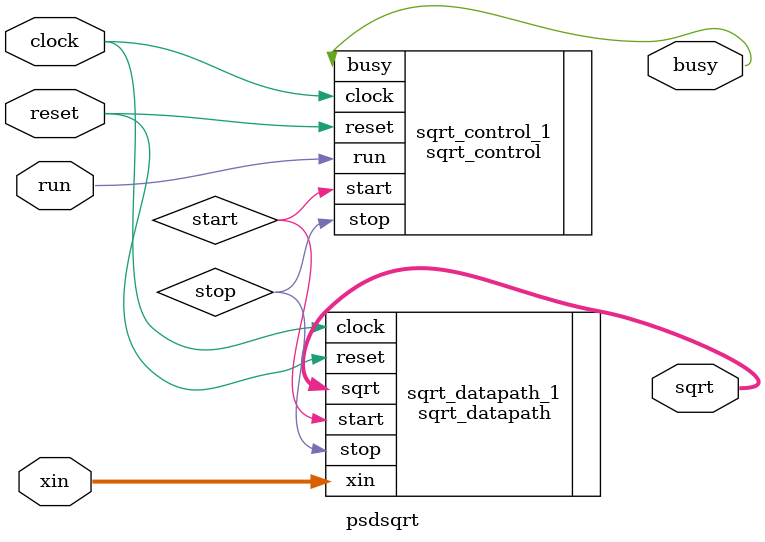
<source format=v>
/*

Square root sequential calculator
 
jca@fe.up.pt, Nov 2018 - May 2022

	This Verilog code is property of University of Porto
	Its utilization beyond the scope of the course Digital Systems Design
	(Projeto de Sistemas Digitais) of the Master in Electrical 
	and Computer Engineering requires explicit authorization from the author.
 
*/

module psdsqrt(
					input clock,		//master clock
					input reset,		//synch reset, active high
					input run,		    //start a new sqrt
					output busy,			// busy, high while sqrt is running
					input [31:0] xin,		// input argument, 32 bit unsigned
					output [15:0] sqrt	    // square root
				);

	wire start, stop;

	// Controller:
	sqrt_control  sqrt_control_1(
						.clock( clock ),		//master clock
						.reset( reset ),		//synch reset, active high
						.run( run ),		    //start a new sqrt
						.busy( busy ),		    //high while sqrt is running
						.start( start ),		//control to datapath
						.stop( stop )	        //control to datapath
					);
					
	// Datapath:
	sqrt_datapath  sqrt_datapath_1(
						.clock( clock ),		//master clock
						.reset( reset ),		//synch reset, active high
						.start( start ),		//start a new sqrt
						.stop( stop ),			//load output register
						.xin( xin ),		    // argument
						.sqrt( sqrt )	        // Square root
					);


	
					
endmodule

</source>
